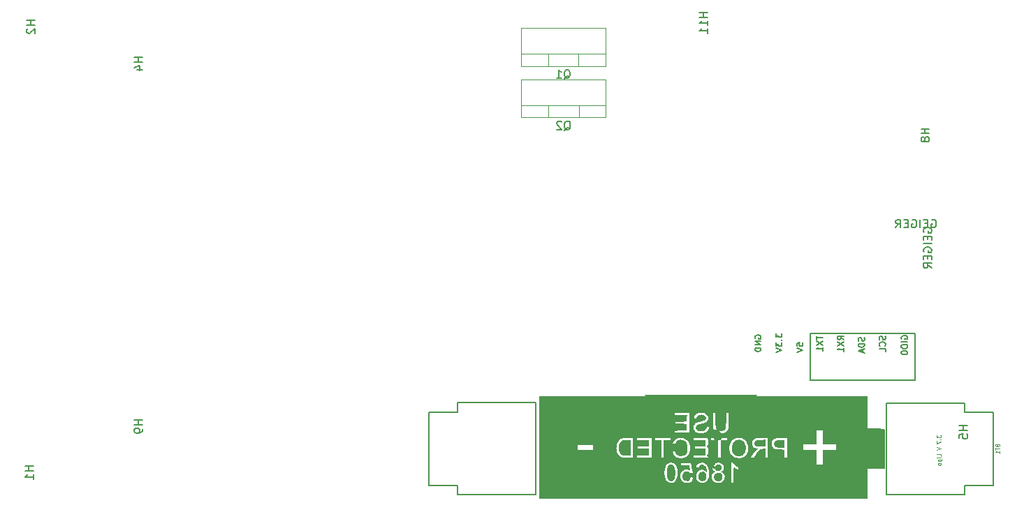
<source format=gbr>
G04 #@! TF.GenerationSoftware,KiCad,Pcbnew,5.99.0-unknown-da005bd2a6~101~ubuntu20.04.1*
G04 #@! TF.CreationDate,2021-02-28T21:44:41+09:00*
G04 #@! TF.ProjectId,M5_board_bGeigieRaku V1.9,4d355f62-6f61-4726-945f-624765696769,rev?*
G04 #@! TF.SameCoordinates,PX563e908PY447d14c*
G04 #@! TF.FileFunction,Legend,Bot*
G04 #@! TF.FilePolarity,Positive*
%FSLAX46Y46*%
G04 Gerber Fmt 4.6, Leading zero omitted, Abs format (unit mm)*
G04 Created by KiCad (PCBNEW 5.99.0-unknown-da005bd2a6~101~ubuntu20.04.1) date 2021-02-28 21:44:41*
%MOMM*%
%LPD*%
G01*
G04 APERTURE LIST*
%ADD10C,0.200000*%
%ADD11C,0.150000*%
%ADD12C,0.050000*%
%ADD13C,0.300000*%
%ADD14C,0.203200*%
%ADD15C,0.120000*%
G04 APERTURE END LIST*
D10*
X99319500Y-42935600D02*
X112019500Y-42935600D01*
X112019500Y-42935600D02*
X112019500Y-37220600D01*
X99319500Y-37220600D02*
X99319500Y-42935600D01*
X112019500Y-37220600D02*
X99319500Y-37220600D01*
D11*
X92615400Y-37834786D02*
X92579685Y-37763357D01*
X92579685Y-37656215D01*
X92615400Y-37549072D01*
X92686828Y-37477643D01*
X92758257Y-37441929D01*
X92901114Y-37406215D01*
X93008257Y-37406215D01*
X93151114Y-37441929D01*
X93222542Y-37477643D01*
X93293971Y-37549072D01*
X93329685Y-37656215D01*
X93329685Y-37727643D01*
X93293971Y-37834786D01*
X93258257Y-37870500D01*
X93008257Y-37870500D01*
X93008257Y-37727643D01*
X93329685Y-38191929D02*
X92579685Y-38191929D01*
X93329685Y-38620500D01*
X92579685Y-38620500D01*
X93329685Y-38977643D02*
X92579685Y-38977643D01*
X92579685Y-39156215D01*
X92615400Y-39263357D01*
X92686828Y-39334786D01*
X92758257Y-39370500D01*
X92901114Y-39406215D01*
X93008257Y-39406215D01*
X93151114Y-39370500D01*
X93222542Y-39334786D01*
X93293971Y-39263357D01*
X93329685Y-39156215D01*
X93329685Y-38977643D01*
X105846071Y-37706885D02*
X105881785Y-37814028D01*
X105881785Y-37992600D01*
X105846071Y-38064028D01*
X105810357Y-38099742D01*
X105738928Y-38135457D01*
X105667500Y-38135457D01*
X105596071Y-38099742D01*
X105560357Y-38064028D01*
X105524642Y-37992600D01*
X105488928Y-37849742D01*
X105453214Y-37778314D01*
X105417500Y-37742600D01*
X105346071Y-37706885D01*
X105274642Y-37706885D01*
X105203214Y-37742600D01*
X105167500Y-37778314D01*
X105131785Y-37849742D01*
X105131785Y-38028314D01*
X105167500Y-38135457D01*
X105881785Y-38456885D02*
X105131785Y-38456885D01*
X105131785Y-38635457D01*
X105167500Y-38742600D01*
X105238928Y-38814028D01*
X105310357Y-38849742D01*
X105453214Y-38885457D01*
X105560357Y-38885457D01*
X105703214Y-38849742D01*
X105774642Y-38814028D01*
X105846071Y-38742600D01*
X105881785Y-38635457D01*
X105881785Y-38456885D01*
X105667500Y-39171171D02*
X105667500Y-39528314D01*
X105881785Y-39099742D02*
X105131785Y-39349742D01*
X105881785Y-39599742D01*
X103341785Y-37980745D02*
X102984642Y-37730745D01*
X103341785Y-37552173D02*
X102591785Y-37552173D01*
X102591785Y-37837888D01*
X102627500Y-37909316D01*
X102663214Y-37945030D01*
X102734642Y-37980745D01*
X102841785Y-37980745D01*
X102913214Y-37945030D01*
X102948928Y-37909316D01*
X102984642Y-37837888D01*
X102984642Y-37552173D01*
X102591785Y-38230745D02*
X103341785Y-38730745D01*
X102591785Y-38730745D02*
X103341785Y-38230745D01*
X103341785Y-39409316D02*
X103341785Y-38980745D01*
X103341785Y-39195030D02*
X102591785Y-39195030D01*
X102698928Y-39123602D01*
X102770357Y-39052173D01*
X102806071Y-38980745D01*
X100051785Y-37534316D02*
X100051785Y-37962888D01*
X100801785Y-37748602D02*
X100051785Y-37748602D01*
X100051785Y-38141459D02*
X100801785Y-38641459D01*
X100051785Y-38641459D02*
X100801785Y-38141459D01*
X100801785Y-39320030D02*
X100801785Y-38891459D01*
X100801785Y-39105745D02*
X100051785Y-39105745D01*
X100158928Y-39034316D01*
X100230357Y-38962888D01*
X100266071Y-38891459D01*
X108386071Y-37570029D02*
X108421785Y-37677172D01*
X108421785Y-37855744D01*
X108386071Y-37927172D01*
X108350357Y-37962887D01*
X108278928Y-37998601D01*
X108207500Y-37998601D01*
X108136071Y-37962887D01*
X108100357Y-37927172D01*
X108064642Y-37855744D01*
X108028928Y-37712887D01*
X107993214Y-37641458D01*
X107957500Y-37605744D01*
X107886071Y-37570029D01*
X107814642Y-37570029D01*
X107743214Y-37605744D01*
X107707500Y-37641458D01*
X107671785Y-37712887D01*
X107671785Y-37891458D01*
X107707500Y-37998601D01*
X108350357Y-38748601D02*
X108386071Y-38712887D01*
X108421785Y-38605744D01*
X108421785Y-38534315D01*
X108386071Y-38427172D01*
X108314642Y-38355744D01*
X108243214Y-38320029D01*
X108100357Y-38284315D01*
X107993214Y-38284315D01*
X107850357Y-38320029D01*
X107778928Y-38355744D01*
X107707500Y-38427172D01*
X107671785Y-38534315D01*
X107671785Y-38605744D01*
X107707500Y-38712887D01*
X107743214Y-38748601D01*
X108421785Y-39427172D02*
X108421785Y-39070029D01*
X107671785Y-39070029D01*
X95119685Y-37227643D02*
X95119685Y-37691928D01*
X95405400Y-37441928D01*
X95405400Y-37549071D01*
X95441114Y-37620500D01*
X95476828Y-37656214D01*
X95548257Y-37691928D01*
X95726828Y-37691928D01*
X95798257Y-37656214D01*
X95833971Y-37620500D01*
X95869685Y-37549071D01*
X95869685Y-37334786D01*
X95833971Y-37263357D01*
X95798257Y-37227643D01*
X95798257Y-38013357D02*
X95833971Y-38049071D01*
X95869685Y-38013357D01*
X95833971Y-37977643D01*
X95798257Y-38013357D01*
X95869685Y-38013357D01*
X95119685Y-38299071D02*
X95119685Y-38763357D01*
X95405400Y-38513357D01*
X95405400Y-38620500D01*
X95441114Y-38691928D01*
X95476828Y-38727643D01*
X95548257Y-38763357D01*
X95726828Y-38763357D01*
X95798257Y-38727643D01*
X95833971Y-38691928D01*
X95869685Y-38620500D01*
X95869685Y-38406214D01*
X95833971Y-38334786D01*
X95798257Y-38299071D01*
X95119685Y-38977643D02*
X95869685Y-39227643D01*
X95119685Y-39477643D01*
X97659685Y-38727642D02*
X97659685Y-38370500D01*
X98016828Y-38334785D01*
X97981114Y-38370500D01*
X97945400Y-38441928D01*
X97945400Y-38620500D01*
X97981114Y-38691928D01*
X98016828Y-38727642D01*
X98088257Y-38763357D01*
X98266828Y-38763357D01*
X98338257Y-38727642D01*
X98373971Y-38691928D01*
X98409685Y-38620500D01*
X98409685Y-38441928D01*
X98373971Y-38370500D01*
X98338257Y-38334785D01*
X97659685Y-38977642D02*
X98409685Y-39227642D01*
X97659685Y-39477642D01*
X110374500Y-37885457D02*
X110338785Y-37814028D01*
X110338785Y-37706885D01*
X110374500Y-37599742D01*
X110445928Y-37528314D01*
X110517357Y-37492600D01*
X110660214Y-37456885D01*
X110767357Y-37456885D01*
X110910214Y-37492600D01*
X110981642Y-37528314D01*
X111053071Y-37599742D01*
X111088785Y-37706885D01*
X111088785Y-37778314D01*
X111053071Y-37885457D01*
X111017357Y-37921171D01*
X110767357Y-37921171D01*
X110767357Y-37778314D01*
X111088785Y-38242600D02*
X110338785Y-38242600D01*
X110338785Y-38742600D02*
X110338785Y-38885457D01*
X110374500Y-38956885D01*
X110445928Y-39028314D01*
X110588785Y-39064028D01*
X110838785Y-39064028D01*
X110981642Y-39028314D01*
X111053071Y-38956885D01*
X111088785Y-38885457D01*
X111088785Y-38742600D01*
X111053071Y-38671171D01*
X110981642Y-38599742D01*
X110838785Y-38564028D01*
X110588785Y-38564028D01*
X110445928Y-38599742D01*
X110374500Y-38671171D01*
X110338785Y-38742600D01*
X110338785Y-39528314D02*
X110338785Y-39599742D01*
X110374500Y-39671171D01*
X110410214Y-39706885D01*
X110481642Y-39742600D01*
X110624500Y-39778314D01*
X110803071Y-39778314D01*
X110945928Y-39742600D01*
X111017357Y-39706885D01*
X111053071Y-39671171D01*
X111088785Y-39599742D01*
X111088785Y-39528314D01*
X111053071Y-39456885D01*
X111017357Y-39421171D01*
X110945928Y-39385457D01*
X110803071Y-39349742D01*
X110624500Y-39349742D01*
X110481642Y-39385457D01*
X110410214Y-39421171D01*
X110374500Y-39456885D01*
X110338785Y-39528314D01*
X5116180Y-53354595D02*
X4116180Y-53354595D01*
X4592371Y-53354595D02*
X4592371Y-53926023D01*
X5116180Y-53926023D02*
X4116180Y-53926023D01*
X5116180Y-54926023D02*
X5116180Y-54354595D01*
X5116180Y-54640309D02*
X4116180Y-54640309D01*
X4259038Y-54545071D01*
X4354276Y-54449833D01*
X4401895Y-54354595D01*
X113726580Y-12379595D02*
X112726580Y-12379595D01*
X113202771Y-12379595D02*
X113202771Y-12951023D01*
X113726580Y-12951023D02*
X112726580Y-12951023D01*
X113155152Y-13570071D02*
X113107533Y-13474833D01*
X113059914Y-13427214D01*
X112964676Y-13379595D01*
X112917057Y-13379595D01*
X112821819Y-13427214D01*
X112774200Y-13474833D01*
X112726580Y-13570071D01*
X112726580Y-13760547D01*
X112774200Y-13855785D01*
X112821819Y-13903404D01*
X112917057Y-13951023D01*
X112964676Y-13951023D01*
X113059914Y-13903404D01*
X113107533Y-13855785D01*
X113155152Y-13760547D01*
X113155152Y-13570071D01*
X113202771Y-13474833D01*
X113250390Y-13427214D01*
X113345628Y-13379595D01*
X113536104Y-13379595D01*
X113631342Y-13427214D01*
X113678961Y-13474833D01*
X113726580Y-13570071D01*
X113726580Y-13760547D01*
X113678961Y-13855785D01*
X113631342Y-13903404D01*
X113536104Y-13951023D01*
X113345628Y-13951023D01*
X113250390Y-13903404D01*
X113202771Y-13855785D01*
X113155152Y-13760547D01*
X18363180Y-3708595D02*
X17363180Y-3708595D01*
X17839371Y-3708595D02*
X17839371Y-4280023D01*
X18363180Y-4280023D02*
X17363180Y-4280023D01*
X17696514Y-5184785D02*
X18363180Y-5184785D01*
X17315561Y-4946690D02*
X18029847Y-4708595D01*
X18029847Y-5327642D01*
X86862780Y1732096D02*
X85862780Y1732096D01*
X86338971Y1732096D02*
X86338971Y1160667D01*
X86862780Y1160667D02*
X85862780Y1160667D01*
X86862780Y160667D02*
X86862780Y732096D01*
X86862780Y446381D02*
X85862780Y446381D01*
X86005638Y541620D01*
X86100876Y636858D01*
X86148495Y732096D01*
X86862780Y-791714D02*
X86862780Y-220285D01*
X86862780Y-506000D02*
X85862780Y-506000D01*
X86005638Y-410761D01*
X86100876Y-315523D01*
X86148495Y-220285D01*
X18363180Y-47733595D02*
X17363180Y-47733595D01*
X17839371Y-47733595D02*
X17839371Y-48305023D01*
X18363180Y-48305023D02*
X17363180Y-48305023D01*
X18363180Y-48828833D02*
X18363180Y-49019309D01*
X18315561Y-49114547D01*
X18267942Y-49162166D01*
X18125085Y-49257404D01*
X17934609Y-49305023D01*
X17553657Y-49305023D01*
X17458419Y-49257404D01*
X17410800Y-49209785D01*
X17363180Y-49114547D01*
X17363180Y-48924071D01*
X17410800Y-48828833D01*
X17458419Y-48781214D01*
X17553657Y-48733595D01*
X17791752Y-48733595D01*
X17886990Y-48781214D01*
X17934609Y-48828833D01*
X17982228Y-48924071D01*
X17982228Y-49114547D01*
X17934609Y-49209785D01*
X17886990Y-49257404D01*
X17791752Y-49305023D01*
X113069800Y-24949595D02*
X113022180Y-24854357D01*
X113022180Y-24711500D01*
X113069800Y-24568642D01*
X113165038Y-24473404D01*
X113260276Y-24425785D01*
X113450752Y-24378166D01*
X113593609Y-24378166D01*
X113784085Y-24425785D01*
X113879323Y-24473404D01*
X113974561Y-24568642D01*
X114022180Y-24711500D01*
X114022180Y-24806738D01*
X113974561Y-24949595D01*
X113926942Y-24997214D01*
X113593609Y-24997214D01*
X113593609Y-24806738D01*
X113498371Y-25425785D02*
X113498371Y-25759119D01*
X114022180Y-25901976D02*
X114022180Y-25425785D01*
X113022180Y-25425785D01*
X113022180Y-25901976D01*
X114022180Y-26330547D02*
X113022180Y-26330547D01*
X113069800Y-27330547D02*
X113022180Y-27235309D01*
X113022180Y-27092452D01*
X113069800Y-26949595D01*
X113165038Y-26854357D01*
X113260276Y-26806738D01*
X113450752Y-26759119D01*
X113593609Y-26759119D01*
X113784085Y-26806738D01*
X113879323Y-26854357D01*
X113974561Y-26949595D01*
X114022180Y-27092452D01*
X114022180Y-27187690D01*
X113974561Y-27330547D01*
X113926942Y-27378166D01*
X113593609Y-27378166D01*
X113593609Y-27187690D01*
X113498371Y-27806738D02*
X113498371Y-28140071D01*
X114022180Y-28282928D02*
X114022180Y-27806738D01*
X113022180Y-27806738D01*
X113022180Y-28282928D01*
X114022180Y-29282928D02*
X113545990Y-28949595D01*
X114022180Y-28711500D02*
X113022180Y-28711500D01*
X113022180Y-29092452D01*
X113069800Y-29187690D01*
X113117419Y-29235309D01*
X113212657Y-29282928D01*
X113355514Y-29282928D01*
X113450752Y-29235309D01*
X113498371Y-29187690D01*
X113545990Y-29092452D01*
X113545990Y-28711500D01*
X5334980Y747405D02*
X4334980Y747405D01*
X4811171Y747405D02*
X4811171Y175977D01*
X5334980Y175977D02*
X4334980Y175977D01*
X4430219Y-252595D02*
X4382600Y-300214D01*
X4334980Y-395452D01*
X4334980Y-633547D01*
X4382600Y-728785D01*
X4430219Y-776404D01*
X4525457Y-824023D01*
X4620695Y-824023D01*
X4763552Y-776404D01*
X5334980Y-204976D01*
X5334980Y-824023D01*
X118365580Y-48415595D02*
X117365580Y-48415595D01*
X117841771Y-48415595D02*
X117841771Y-48987023D01*
X118365580Y-48987023D02*
X117365580Y-48987023D01*
X117365580Y-49939404D02*
X117365580Y-49463214D01*
X117841771Y-49415595D01*
X117794152Y-49463214D01*
X117746533Y-49558452D01*
X117746533Y-49796547D01*
X117794152Y-49891785D01*
X117841771Y-49939404D01*
X117937009Y-49987023D01*
X118175104Y-49987023D01*
X118270342Y-49939404D01*
X118317961Y-49891785D01*
X118365580Y-49796547D01*
X118365580Y-49558452D01*
X118317961Y-49463214D01*
X118270342Y-49415595D01*
X114001104Y-23446900D02*
X114096342Y-23399280D01*
X114239200Y-23399280D01*
X114382057Y-23446900D01*
X114477295Y-23542138D01*
X114524914Y-23637376D01*
X114572533Y-23827852D01*
X114572533Y-23970709D01*
X114524914Y-24161185D01*
X114477295Y-24256423D01*
X114382057Y-24351661D01*
X114239200Y-24399280D01*
X114143961Y-24399280D01*
X114001104Y-24351661D01*
X113953485Y-24304042D01*
X113953485Y-23970709D01*
X114143961Y-23970709D01*
X113524914Y-23875471D02*
X113191580Y-23875471D01*
X113048723Y-24399280D02*
X113524914Y-24399280D01*
X113524914Y-23399280D01*
X113048723Y-23399280D01*
X112620152Y-24399280D02*
X112620152Y-23399280D01*
X111620152Y-23446900D02*
X111715390Y-23399280D01*
X111858247Y-23399280D01*
X112001104Y-23446900D01*
X112096342Y-23542138D01*
X112143961Y-23637376D01*
X112191580Y-23827852D01*
X112191580Y-23970709D01*
X112143961Y-24161185D01*
X112096342Y-24256423D01*
X112001104Y-24351661D01*
X111858247Y-24399280D01*
X111763009Y-24399280D01*
X111620152Y-24351661D01*
X111572533Y-24304042D01*
X111572533Y-23970709D01*
X111763009Y-23970709D01*
X111143961Y-23875471D02*
X110810628Y-23875471D01*
X110667771Y-24399280D02*
X111143961Y-24399280D01*
X111143961Y-23399280D01*
X110667771Y-23399280D01*
X109667771Y-24399280D02*
X110001104Y-23923090D01*
X110239200Y-24399280D02*
X110239200Y-23399280D01*
X109858247Y-23399280D01*
X109763009Y-23446900D01*
X109715390Y-23494519D01*
X109667771Y-23589757D01*
X109667771Y-23732614D01*
X109715390Y-23827852D01*
X109763009Y-23875471D01*
X109858247Y-23923090D01*
X110239200Y-23923090D01*
D12*
X121961314Y-50837357D02*
X121984171Y-50905928D01*
X122007028Y-50928785D01*
X122052742Y-50951642D01*
X122121314Y-50951642D01*
X122167028Y-50928785D01*
X122189885Y-50905928D01*
X122212742Y-50860214D01*
X122212742Y-50677357D01*
X121732742Y-50677357D01*
X121732742Y-50837357D01*
X121755600Y-50883071D01*
X121778457Y-50905928D01*
X121824171Y-50928785D01*
X121869885Y-50928785D01*
X121915600Y-50905928D01*
X121938457Y-50883071D01*
X121961314Y-50837357D01*
X121961314Y-50677357D01*
X121732742Y-51088785D02*
X121732742Y-51363071D01*
X122212742Y-51225928D02*
X121732742Y-51225928D01*
X122212742Y-51774500D02*
X122212742Y-51500214D01*
X122212742Y-51637357D02*
X121732742Y-51637357D01*
X121801314Y-51591642D01*
X121847028Y-51545928D01*
X121869885Y-51500214D01*
X114646142Y-49580214D02*
X114646142Y-49877357D01*
X114829000Y-49717357D01*
X114829000Y-49785928D01*
X114851857Y-49831642D01*
X114874714Y-49854500D01*
X114920428Y-49877357D01*
X115034714Y-49877357D01*
X115080428Y-49854500D01*
X115103285Y-49831642D01*
X115126142Y-49785928D01*
X115126142Y-49648785D01*
X115103285Y-49603071D01*
X115080428Y-49580214D01*
X115080428Y-50083071D02*
X115103285Y-50105928D01*
X115126142Y-50083071D01*
X115103285Y-50060214D01*
X115080428Y-50083071D01*
X115126142Y-50083071D01*
X114646142Y-50265928D02*
X114646142Y-50585928D01*
X115126142Y-50380214D01*
X114646142Y-51065928D02*
X115126142Y-51225928D01*
X114646142Y-51385928D01*
X115126142Y-52140214D02*
X115126142Y-51911642D01*
X114646142Y-51911642D01*
X115126142Y-52300214D02*
X114806142Y-52300214D01*
X114646142Y-52300214D02*
X114669000Y-52277357D01*
X114691857Y-52300214D01*
X114669000Y-52323071D01*
X114646142Y-52300214D01*
X114691857Y-52300214D01*
X114806142Y-52528785D02*
X115286142Y-52528785D01*
X114829000Y-52528785D02*
X114806142Y-52574500D01*
X114806142Y-52665928D01*
X114829000Y-52711642D01*
X114851857Y-52734500D01*
X114897571Y-52757357D01*
X115034714Y-52757357D01*
X115080428Y-52734500D01*
X115103285Y-52711642D01*
X115126142Y-52665928D01*
X115126142Y-52574500D01*
X115103285Y-52528785D01*
X115126142Y-53031642D02*
X115103285Y-52985928D01*
X115080428Y-52963071D01*
X115034714Y-52940214D01*
X114897571Y-52940214D01*
X114851857Y-52963071D01*
X114829000Y-52985928D01*
X114806142Y-53031642D01*
X114806142Y-53100214D01*
X114829000Y-53145928D01*
X114851857Y-53168785D01*
X114897571Y-53191642D01*
X115034714Y-53191642D01*
X115080428Y-53168785D01*
X115103285Y-53145928D01*
X115126142Y-53100214D01*
X115126142Y-53031642D01*
X71144752Y-52555928D02*
X70382847Y-52555928D01*
X106196752Y-52555928D02*
X105434847Y-52555928D01*
X105815800Y-52936880D02*
X105815800Y-52174976D01*
D13*
X87011800Y-49971928D02*
X86939228Y-49826785D01*
X86939228Y-49609071D01*
X87011800Y-49391357D01*
X87156942Y-49246214D01*
X87302085Y-49173642D01*
X87592371Y-49101071D01*
X87810085Y-49101071D01*
X88100371Y-49173642D01*
X88245514Y-49246214D01*
X88390657Y-49391357D01*
X88463228Y-49609071D01*
X88463228Y-49754214D01*
X88390657Y-49971928D01*
X88318085Y-50044500D01*
X87810085Y-50044500D01*
X87810085Y-49754214D01*
X86939228Y-50915357D02*
X87302085Y-50915357D01*
X87156942Y-50552500D02*
X87302085Y-50915357D01*
X87156942Y-51278214D01*
X87592371Y-50697642D02*
X87302085Y-50915357D01*
X87592371Y-51133071D01*
X86939228Y-52076500D02*
X87302085Y-52076500D01*
X87156942Y-51713642D02*
X87302085Y-52076500D01*
X87156942Y-52439357D01*
X87592371Y-51858785D02*
X87302085Y-52076500D01*
X87592371Y-52294214D01*
X86939228Y-53237642D02*
X87302085Y-53237642D01*
X87156942Y-52874785D02*
X87302085Y-53237642D01*
X87156942Y-53600500D01*
X87592371Y-53019928D02*
X87302085Y-53237642D01*
X87592371Y-53455357D01*
D11*
X69459438Y-6312119D02*
X69554676Y-6264500D01*
X69649914Y-6169261D01*
X69792771Y-6026404D01*
X69888009Y-5978785D01*
X69983247Y-5978785D01*
X69935628Y-6216880D02*
X70030866Y-6169261D01*
X70126104Y-6074023D01*
X70173723Y-5883547D01*
X70173723Y-5550214D01*
X70126104Y-5359738D01*
X70030866Y-5264500D01*
X69935628Y-5216880D01*
X69745152Y-5216880D01*
X69649914Y-5264500D01*
X69554676Y-5359738D01*
X69507057Y-5550214D01*
X69507057Y-5883547D01*
X69554676Y-6074023D01*
X69649914Y-6169261D01*
X69745152Y-6216880D01*
X69935628Y-6216880D01*
X68554676Y-6216880D02*
X69126104Y-6216880D01*
X68840390Y-6216880D02*
X68840390Y-5216880D01*
X68935628Y-5359738D01*
X69030866Y-5454976D01*
X69126104Y-5502595D01*
X69479438Y-12567119D02*
X69574676Y-12519500D01*
X69669914Y-12424261D01*
X69812771Y-12281404D01*
X69908009Y-12233785D01*
X70003247Y-12233785D01*
X69955628Y-12471880D02*
X70050866Y-12424261D01*
X70146104Y-12329023D01*
X70193723Y-12138547D01*
X70193723Y-11805214D01*
X70146104Y-11614738D01*
X70050866Y-11519500D01*
X69955628Y-11471880D01*
X69765152Y-11471880D01*
X69669914Y-11519500D01*
X69574676Y-11614738D01*
X69527057Y-11805214D01*
X69527057Y-12138547D01*
X69574676Y-12329023D01*
X69669914Y-12424261D01*
X69765152Y-12471880D01*
X69955628Y-12471880D01*
X69146104Y-11567119D02*
X69098485Y-11519500D01*
X69003247Y-11471880D01*
X68765152Y-11471880D01*
X68669914Y-11519500D01*
X68622295Y-11567119D01*
X68574676Y-11662357D01*
X68574676Y-11757595D01*
X68622295Y-11900452D01*
X69193723Y-12471880D01*
X68574676Y-12471880D01*
D14*
X56508800Y-45641900D02*
X56508800Y-46759500D01*
X118038800Y-46779500D02*
X118038800Y-45661900D01*
X53029000Y-55649500D02*
X56508800Y-55649500D01*
X121518600Y-46779500D02*
X118038800Y-46779500D01*
X121518600Y-55669500D02*
X121518600Y-46779500D01*
X66043800Y-56767100D02*
X66043800Y-45641900D01*
X118038800Y-56787100D02*
X118038800Y-55669500D01*
X108503800Y-45661900D02*
X108503800Y-56787100D01*
X118038800Y-55669500D02*
X121518600Y-55669500D01*
X56508800Y-55649500D02*
X56508800Y-56767100D01*
X66043800Y-45641900D02*
X56508800Y-45641900D01*
X53029000Y-46759500D02*
X53029000Y-55649500D01*
X118038800Y-45661900D02*
X108503800Y-45661900D01*
X56508800Y-46759500D02*
X53029000Y-46759500D01*
X108503800Y-56787100D02*
X118038800Y-56787100D01*
X56508800Y-56767100D02*
X66043800Y-56767100D01*
G36*
X77514601Y-52077362D02*
G01*
X77051241Y-52066727D01*
X76970594Y-52064715D01*
X76811210Y-52059165D01*
X76692907Y-52051947D01*
X76607840Y-52042281D01*
X76548163Y-52029386D01*
X76506028Y-52012482D01*
X76486510Y-52000908D01*
X76416370Y-51946126D01*
X76342472Y-51873680D01*
X76275930Y-51796163D01*
X76227854Y-51726170D01*
X76209360Y-51676293D01*
X76205741Y-51649495D01*
X76187739Y-51627758D01*
X76167169Y-51612977D01*
X76145106Y-51554922D01*
X76128217Y-51461712D01*
X76116541Y-51342825D01*
X76110111Y-51207740D01*
X76108966Y-51065937D01*
X76113140Y-50926895D01*
X76122671Y-50800093D01*
X76137595Y-50695010D01*
X76157947Y-50621124D01*
X76183764Y-50587916D01*
X76192160Y-50583267D01*
X76209360Y-50546931D01*
X76209426Y-50545152D01*
X76229948Y-50499221D01*
X76279452Y-50433542D01*
X76346797Y-50360292D01*
X76420840Y-50291649D01*
X76490436Y-50239788D01*
X76516998Y-50224206D01*
X76556235Y-50206353D01*
X76603653Y-50193477D01*
X76668058Y-50184480D01*
X76758254Y-50178262D01*
X76883046Y-50173723D01*
X77051241Y-50169764D01*
X77514601Y-50160066D01*
X77514601Y-52077362D01*
G37*
G36*
X88337282Y-53158098D02*
G01*
X88445241Y-53237529D01*
X88469634Y-53265962D01*
X88513479Y-53334485D01*
X88530840Y-53390153D01*
X88536514Y-53432055D01*
X88556945Y-53468149D01*
X88581700Y-53500703D01*
X88561345Y-53547769D01*
X88554650Y-53557999D01*
X88531846Y-53610826D01*
X88507674Y-53684894D01*
X88497691Y-53715026D01*
X88465196Y-53779764D01*
X88431485Y-53812860D01*
X88395992Y-53830164D01*
X88339155Y-53869930D01*
X88293057Y-53891587D01*
X88207474Y-53906381D01*
X88106768Y-53909040D01*
X88010361Y-53899239D01*
X87937676Y-53876652D01*
X87921774Y-53866485D01*
X87865089Y-53816326D01*
X87807492Y-53750457D01*
X87757421Y-53663314D01*
X87729618Y-53533336D01*
X87748994Y-53402077D01*
X87815350Y-53281312D01*
X87839624Y-53253609D01*
X87950782Y-53169354D01*
X88078488Y-53124815D01*
X88211176Y-53120795D01*
X88337282Y-53158098D01*
G37*
G36*
X90831286Y-50151754D02*
G01*
X90939473Y-50180411D01*
X91119751Y-50263935D01*
X91263511Y-50384760D01*
X91370605Y-50542741D01*
X91440883Y-50737738D01*
X91449735Y-50777627D01*
X91472881Y-50948102D01*
X91478413Y-51131144D01*
X91467511Y-51314061D01*
X91441358Y-51484167D01*
X91401134Y-51628771D01*
X91348021Y-51735184D01*
X91345812Y-51738311D01*
X91311936Y-51793889D01*
X91297952Y-51831522D01*
X91296577Y-51837072D01*
X91267690Y-51870899D01*
X91213111Y-51912195D01*
X91210577Y-51913828D01*
X91128795Y-51966993D01*
X91050606Y-52018474D01*
X91032599Y-52029191D01*
X90947640Y-52064501D01*
X90854820Y-52087168D01*
X90822413Y-52092629D01*
X90748379Y-52111066D01*
X90703220Y-52130942D01*
X90657979Y-52144386D01*
X90572696Y-52130068D01*
X90525607Y-52116666D01*
X90427415Y-52088667D01*
X90325547Y-52059573D01*
X90258154Y-52037806D01*
X90198442Y-52012271D01*
X90175444Y-51993316D01*
X90154452Y-51966776D01*
X90103894Y-51935677D01*
X90047838Y-51894896D01*
X89998050Y-51829833D01*
X89997962Y-51829649D01*
X89968123Y-51779240D01*
X89944482Y-51758283D01*
X89930594Y-51741880D01*
X89905889Y-51687479D01*
X89878043Y-51608180D01*
X89856025Y-51540854D01*
X89827780Y-51461667D01*
X89807375Y-51412748D01*
X89804499Y-51405862D01*
X89793994Y-51350122D01*
X89787358Y-51263927D01*
X89784529Y-51161036D01*
X89785440Y-51055206D01*
X89790028Y-50960196D01*
X89798229Y-50889763D01*
X89809977Y-50857666D01*
X89826132Y-50834390D01*
X89836081Y-50779975D01*
X89836799Y-50764595D01*
X89863228Y-50666884D01*
X89920971Y-50553233D01*
X90000767Y-50436021D01*
X90093354Y-50327626D01*
X90189474Y-50240426D01*
X90279863Y-50186799D01*
X90418857Y-50147309D01*
X90622250Y-50129322D01*
X90831286Y-50151754D01*
G37*
G36*
X93856225Y-50975138D02*
G01*
X93361462Y-50975138D01*
X93259143Y-50974978D01*
X93093458Y-50973111D01*
X92967538Y-50967808D01*
X92873147Y-50957420D01*
X92802044Y-50940300D01*
X92745992Y-50914800D01*
X92696753Y-50879273D01*
X92646086Y-50832071D01*
X92624881Y-50810113D01*
X92586847Y-50756888D01*
X92567008Y-50692562D01*
X92557659Y-50596618D01*
X92558563Y-50476672D01*
X92583649Y-50382231D01*
X92641221Y-50307079D01*
X92739036Y-50235783D01*
X92760615Y-50222550D01*
X92801670Y-50199592D01*
X92843138Y-50182730D01*
X92893649Y-50170715D01*
X92961833Y-50162300D01*
X93056319Y-50156235D01*
X93185736Y-50151274D01*
X93358716Y-50146167D01*
X93856225Y-50132084D01*
X93856225Y-50975138D01*
G37*
G36*
X88204079Y-54132782D02*
G01*
X88310471Y-54157729D01*
X88408200Y-54199583D01*
X88519606Y-54276465D01*
X88593208Y-54366323D01*
X88636018Y-54480365D01*
X88649814Y-54548619D01*
X88656100Y-54671606D01*
X88632736Y-54799495D01*
X88616054Y-54844498D01*
X88571178Y-54923743D01*
X88514383Y-54997668D01*
X88457015Y-55052282D01*
X88410423Y-55073596D01*
X88399755Y-55075127D01*
X88368829Y-55102793D01*
X88368633Y-55103303D01*
X88338089Y-55119491D01*
X88269705Y-55133967D01*
X88177394Y-55143754D01*
X88064149Y-55144853D01*
X87939892Y-55120941D01*
X87836566Y-55062266D01*
X87739611Y-54962810D01*
X87682794Y-54862029D01*
X87649165Y-54724474D01*
X87647988Y-54576008D01*
X87681153Y-54433746D01*
X87683119Y-54428732D01*
X87731599Y-54342003D01*
X87798438Y-54263998D01*
X87870387Y-54207685D01*
X87934198Y-54186032D01*
X87952272Y-54183477D01*
X88001313Y-54156915D01*
X88028050Y-54140184D01*
X88104710Y-54126385D01*
X88204079Y-54132782D01*
G37*
G36*
X86245884Y-54002030D02*
G01*
X86271695Y-54019482D01*
X86327819Y-54029403D01*
X86365704Y-54031862D01*
X86478446Y-54072124D01*
X86581634Y-54162392D01*
X86676332Y-54303504D01*
X86703750Y-54372345D01*
X86725074Y-54498006D01*
X86723640Y-54633942D01*
X86700180Y-54760732D01*
X86655425Y-54858953D01*
X86647543Y-54870269D01*
X86613078Y-54927023D01*
X86599082Y-54963211D01*
X86598603Y-54968218D01*
X86569452Y-55009466D01*
X86504834Y-55054681D01*
X86418292Y-55097079D01*
X86323371Y-55129874D01*
X86233615Y-55146283D01*
X86190930Y-55148813D01*
X86113838Y-55145587D01*
X86051562Y-55123439D01*
X85978229Y-55075164D01*
X85938079Y-55043607D01*
X85847190Y-54950798D01*
X85786191Y-54854893D01*
X85763825Y-54768405D01*
X85758687Y-54731464D01*
X85737623Y-54695076D01*
X85727767Y-54682172D01*
X85715301Y-54629675D01*
X85712263Y-54560261D01*
X85718872Y-54496643D01*
X85735352Y-54461536D01*
X85740956Y-54455802D01*
X85760493Y-54410770D01*
X85777093Y-54340810D01*
X85798472Y-54270214D01*
X85865614Y-54165555D01*
X85960864Y-54084082D01*
X86070075Y-54040306D01*
X86083906Y-54037637D01*
X86154222Y-54018823D01*
X86198660Y-53998627D01*
X86214740Y-53989730D01*
X86245884Y-54002030D01*
G37*
G36*
X92787376Y-44768714D02*
G01*
X92700598Y-44853555D01*
X93525242Y-44854357D01*
X95867526Y-44856634D01*
X99465257Y-44860131D01*
X100095280Y-44860744D01*
X106229915Y-44866707D01*
X106229915Y-48782332D01*
X107239795Y-48782332D01*
X107417872Y-48782352D01*
X107641634Y-48782582D01*
X107821793Y-48783295D01*
X107963487Y-48784764D01*
X108071857Y-48787261D01*
X108152042Y-48791058D01*
X108209182Y-48796428D01*
X108248418Y-48803644D01*
X108274888Y-48812978D01*
X108293733Y-48824703D01*
X108310093Y-48839092D01*
X108370511Y-48895852D01*
X108370511Y-53611726D01*
X106229915Y-53611726D01*
X106229915Y-57318646D01*
X86331508Y-57312102D01*
X66433101Y-57305559D01*
X66429784Y-54170231D01*
X81639749Y-54170231D01*
X81641675Y-54284693D01*
X81645963Y-54383175D01*
X81652604Y-54453618D01*
X81661589Y-54483963D01*
X81672712Y-54503870D01*
X81688423Y-54563858D01*
X81701559Y-54647106D01*
X81705094Y-54672781D01*
X81744782Y-54827047D01*
X81811185Y-54980106D01*
X81895673Y-55114961D01*
X81989618Y-55214611D01*
X82083741Y-55278210D01*
X82243597Y-55340508D01*
X82423491Y-55358378D01*
X82628541Y-55332765D01*
X82721791Y-55305088D01*
X82860888Y-55225879D01*
X82976264Y-55104423D01*
X83069832Y-54938463D01*
X83143509Y-54725743D01*
X83162445Y-54635324D01*
X83178839Y-54496563D01*
X83519551Y-54496563D01*
X83520685Y-54582644D01*
X83527835Y-54655729D01*
X83540969Y-54696381D01*
X83550997Y-54713424D01*
X83573931Y-54772191D01*
X83597940Y-54851705D01*
X83625483Y-54924866D01*
X83705226Y-55049982D01*
X83815463Y-55165849D01*
X83943267Y-55259816D01*
X84075711Y-55319232D01*
X84105377Y-55327329D01*
X84294734Y-55356723D01*
X84482871Y-55351143D01*
X84656076Y-55312067D01*
X84800641Y-55240977D01*
X84865214Y-55188307D01*
X84957303Y-55085528D01*
X85030544Y-54971524D01*
X85071638Y-54864757D01*
X85073212Y-54857610D01*
X85094231Y-54787489D01*
X85117318Y-54740759D01*
X85119997Y-54737132D01*
X85118895Y-54719648D01*
X85080788Y-54710665D01*
X84998165Y-54708128D01*
X84852726Y-54708128D01*
X84773214Y-54874729D01*
X84772085Y-54877088D01*
X84726073Y-54962258D01*
X84681506Y-55027149D01*
X84647883Y-55057880D01*
X84601759Y-55078183D01*
X84536801Y-55112786D01*
X84478152Y-55137830D01*
X84356071Y-55152446D01*
X84221245Y-55131388D01*
X84088571Y-55075881D01*
X84051693Y-55053877D01*
X83982330Y-55001025D01*
X83929625Y-54934909D01*
X83877412Y-54837261D01*
X83842442Y-54760487D01*
X83816418Y-54681649D01*
X83808096Y-54603853D01*
X83810403Y-54552322D01*
X85467757Y-54552322D01*
X85479168Y-54728542D01*
X85514079Y-54885886D01*
X85578481Y-55023108D01*
X85691835Y-55161653D01*
X85837092Y-55268185D01*
X86005563Y-55336589D01*
X86188564Y-55360749D01*
X86219284Y-55360200D01*
X86410901Y-55331258D01*
X86584806Y-55262061D01*
X86733321Y-55157792D01*
X86848771Y-55023630D01*
X86923478Y-54864757D01*
X86942731Y-54804999D01*
X86972288Y-54723279D01*
X86995555Y-54670235D01*
X86996986Y-54667238D01*
X87006161Y-54625800D01*
X87361910Y-54625800D01*
X87377724Y-54814297D01*
X87438471Y-54981750D01*
X87540232Y-55123714D01*
X87679087Y-55235749D01*
X87851117Y-55313410D01*
X88052403Y-55352257D01*
X88237323Y-55352956D01*
X88434828Y-55314844D01*
X88604950Y-55236220D01*
X88743892Y-55118933D01*
X88847858Y-54964832D01*
X88911454Y-54800094D01*
X88935391Y-54620971D01*
X88907997Y-54448402D01*
X88829221Y-54280535D01*
X88772720Y-54207832D01*
X88686761Y-54130636D01*
X88596361Y-54076147D01*
X88516984Y-54055508D01*
X88500785Y-54054278D01*
X88479869Y-54036331D01*
X88501634Y-54001374D01*
X88563471Y-53955046D01*
X88648864Y-53896597D01*
X88738750Y-53808470D01*
X88790739Y-53708614D01*
X88812989Y-53584923D01*
X88810930Y-53428899D01*
X88771943Y-53262296D01*
X88695121Y-53125918D01*
X88582885Y-53023797D01*
X88437659Y-52959968D01*
X88392006Y-52946723D01*
X88322308Y-52922325D01*
X88284149Y-52903047D01*
X88250399Y-52888672D01*
X88180282Y-52881538D01*
X88102450Y-52887016D01*
X88041020Y-52904918D01*
X88019747Y-52914360D01*
X87951342Y-52937928D01*
X87866981Y-52961840D01*
X87821199Y-52976204D01*
X87689063Y-53050911D01*
X87582955Y-53162115D01*
X87514449Y-53298757D01*
X87502762Y-53333985D01*
X87476340Y-53402330D01*
X87456003Y-53440739D01*
X87437930Y-53482362D01*
X87440461Y-53561796D01*
X87471994Y-53653398D01*
X87503936Y-53722163D01*
X87535599Y-53798327D01*
X87538911Y-53806083D01*
X87591486Y-53869116D01*
X87682684Y-53927905D01*
X87727312Y-53951090D01*
X87787080Y-53985705D01*
X87815482Y-54007384D01*
X87811639Y-54017844D01*
X87773923Y-54045651D01*
X87708186Y-54079079D01*
X87571902Y-54156871D01*
X87467625Y-54262878D01*
X87400434Y-54399605D01*
X87365650Y-54573812D01*
X87361910Y-54625800D01*
X87006161Y-54625800D01*
X87008125Y-54616932D01*
X87018239Y-54527600D01*
X87026264Y-54410944D01*
X87031139Y-54278662D01*
X87032184Y-54226555D01*
X87033756Y-54064426D01*
X87031253Y-53942774D01*
X87024039Y-53852452D01*
X87011477Y-53784310D01*
X86992932Y-53729197D01*
X86982183Y-53698767D01*
X86960459Y-53623318D01*
X86938189Y-53533411D01*
X86926943Y-53486702D01*
X86886088Y-53359792D01*
X86830438Y-53255443D01*
X86748740Y-53150940D01*
X86710644Y-53113881D01*
X86621434Y-53048806D01*
X86517975Y-52990719D01*
X86417897Y-52948992D01*
X86338830Y-52933000D01*
X86309644Y-52928934D01*
X86272772Y-52906895D01*
X86241115Y-52888996D01*
X86181405Y-52880790D01*
X89731662Y-52880790D01*
X89731662Y-55334644D01*
X90018815Y-55334644D01*
X90018815Y-54377422D01*
X90019249Y-54160506D01*
X90020451Y-53961091D01*
X90022327Y-53784962D01*
X90024779Y-53637902D01*
X90027713Y-53525697D01*
X90031031Y-53454132D01*
X90034637Y-53428992D01*
X90043724Y-53432371D01*
X90085705Y-53458744D01*
X90145583Y-53502714D01*
X90167644Y-53518932D01*
X90237657Y-53565456D01*
X90325140Y-53619498D01*
X90417797Y-53673935D01*
X90503337Y-53721640D01*
X90569466Y-53755488D01*
X90603889Y-53768354D01*
X90609451Y-53759380D01*
X90616479Y-53711873D01*
X90619226Y-53637184D01*
X90618938Y-53604581D01*
X90612808Y-53538413D01*
X90593601Y-53502727D01*
X90554657Y-53481465D01*
X90553158Y-53480891D01*
X90444589Y-53424352D01*
X90318304Y-53335240D01*
X90186261Y-53223650D01*
X90060419Y-53099675D01*
X89952738Y-52973409D01*
X89932850Y-52948722D01*
X89871972Y-52896159D01*
X89806878Y-52880790D01*
X89731662Y-52880790D01*
X86181405Y-52880790D01*
X86125403Y-52887936D01*
X86090038Y-52906895D01*
X86072223Y-52921382D01*
X86021549Y-52933000D01*
X85961574Y-52939613D01*
X85841341Y-52986484D01*
X85723571Y-53071373D01*
X85618531Y-53186040D01*
X85536488Y-53322248D01*
X85535103Y-53325234D01*
X85504532Y-53405747D01*
X85508825Y-53453123D01*
X85553526Y-53475546D01*
X85644182Y-53481201D01*
X85722178Y-53479815D01*
X85768347Y-53470407D01*
X85790802Y-53445185D01*
X85804239Y-53396361D01*
X85829482Y-53331209D01*
X85900061Y-53240144D01*
X85996274Y-53168005D01*
X86102391Y-53128904D01*
X86200259Y-53118740D01*
X86332362Y-53133734D01*
X86446430Y-53189483D01*
X86549158Y-53289791D01*
X86647243Y-53438464D01*
X86649711Y-53442861D01*
X86693507Y-53528642D01*
X86721106Y-53607548D01*
X86737682Y-53699273D01*
X86748409Y-53823511D01*
X86751203Y-53873862D01*
X86753477Y-53967001D01*
X86750944Y-54031437D01*
X86743832Y-54055508D01*
X86717291Y-54040339D01*
X86663711Y-53998630D01*
X86595405Y-53939687D01*
X86535093Y-53890479D01*
X86381087Y-53806738D01*
X86214147Y-53773222D01*
X86031143Y-53789094D01*
X85972186Y-53803819D01*
X85892202Y-53831672D01*
X85842676Y-53859148D01*
X85810840Y-53882834D01*
X85770233Y-53898879D01*
X85761640Y-53900402D01*
X85716667Y-53931833D01*
X85659969Y-53994616D01*
X85600655Y-54076486D01*
X85547832Y-54165182D01*
X85510607Y-54248441D01*
X85479969Y-54379859D01*
X85467757Y-54552322D01*
X83810403Y-54552322D01*
X83812650Y-54502140D01*
X83816889Y-54464038D01*
X83839066Y-54359559D01*
X83873146Y-54256629D01*
X83913782Y-54167696D01*
X83955625Y-54105208D01*
X83993328Y-54081612D01*
X83996626Y-54081295D01*
X84038060Y-54063682D01*
X84095825Y-54027405D01*
X84173665Y-53989551D01*
X84296923Y-53968864D01*
X84432115Y-53977102D01*
X84563989Y-54011490D01*
X84677295Y-54069255D01*
X84756781Y-54147623D01*
X84767454Y-54163155D01*
X84799045Y-54193086D01*
X84844353Y-54201875D01*
X84922099Y-54194873D01*
X84962941Y-54189327D01*
X85024795Y-54179931D01*
X85051729Y-54174295D01*
X85052803Y-54159809D01*
X85047307Y-54104415D01*
X85035515Y-54019820D01*
X85019590Y-53918964D01*
X85001692Y-53814787D01*
X84983982Y-53720228D01*
X84968621Y-53648228D01*
X84957772Y-53611726D01*
X84946301Y-53574763D01*
X84929108Y-53496514D01*
X84909031Y-53389599D01*
X84888438Y-53265837D01*
X84840457Y-52959105D01*
X83649237Y-52959105D01*
X83649237Y-53194048D01*
X84132176Y-53194048D01*
X84187933Y-53194088D01*
X84346087Y-53194961D01*
X84460618Y-53197394D01*
X84538156Y-53201928D01*
X84585331Y-53209105D01*
X84608774Y-53219468D01*
X84615115Y-53233560D01*
X84618859Y-53260520D01*
X84640998Y-53318400D01*
X84641229Y-53318810D01*
X84657157Y-53364640D01*
X84676107Y-53443794D01*
X84695669Y-53542227D01*
X84713434Y-53645894D01*
X84726992Y-53740753D01*
X84733933Y-53812758D01*
X84731847Y-53847866D01*
X84721600Y-53851391D01*
X84675665Y-53841181D01*
X84608530Y-53812706D01*
X84581124Y-53799936D01*
X84502446Y-53774279D01*
X84406400Y-53760729D01*
X84275752Y-53756368D01*
X84248083Y-53756303D01*
X84140715Y-53758904D01*
X84064302Y-53768958D01*
X84001310Y-53790019D01*
X83934206Y-53825646D01*
X83872824Y-53865533D01*
X83748031Y-53973168D01*
X83651370Y-54094679D01*
X83594160Y-54217040D01*
X83585089Y-54247138D01*
X83560454Y-54315509D01*
X83540417Y-54354408D01*
X83535453Y-54363156D01*
X83524463Y-54416921D01*
X83519551Y-54496563D01*
X83178839Y-54496563D01*
X83181012Y-54478174D01*
X83191241Y-54294393D01*
X83193328Y-54097036D01*
X83187469Y-53899163D01*
X83173858Y-53713832D01*
X83152691Y-53554101D01*
X83124164Y-53433027D01*
X83068709Y-53307787D01*
X82982088Y-53178592D01*
X82878290Y-53068260D01*
X82767400Y-52987354D01*
X82659501Y-52946432D01*
X82635756Y-52941897D01*
X82571368Y-52923600D01*
X82538377Y-52904624D01*
X82536983Y-52902789D01*
X82499371Y-52887192D01*
X82435362Y-52880790D01*
X82428524Y-52880861D01*
X82366081Y-52888412D01*
X82332346Y-52904624D01*
X82326040Y-52910607D01*
X82280206Y-52930085D01*
X82209572Y-52946711D01*
X82107593Y-52984969D01*
X81998313Y-53060996D01*
X81894460Y-53164177D01*
X81808632Y-53283914D01*
X81776156Y-53354406D01*
X81740743Y-53461422D01*
X81714897Y-53572568D01*
X81714116Y-53577009D01*
X81695218Y-53670587D01*
X81676197Y-53743431D01*
X81661057Y-53780102D01*
X81655852Y-53793760D01*
X81648237Y-53851553D01*
X81643021Y-53941602D01*
X81640195Y-54051847D01*
X81639749Y-54170231D01*
X66429784Y-54170231D01*
X66426210Y-50792404D01*
X71118918Y-50792404D01*
X71118918Y-51366710D01*
X72946256Y-51366710D01*
X72946256Y-51147938D01*
X75802498Y-51147938D01*
X75808564Y-51296159D01*
X75822064Y-51433178D01*
X75842061Y-51545393D01*
X75867616Y-51619204D01*
X75882219Y-51648110D01*
X75914535Y-51719096D01*
X75950751Y-51804239D01*
X75956603Y-51817527D01*
X76005394Y-51900031D01*
X76074903Y-51990647D01*
X76155172Y-52079081D01*
X76236242Y-52155037D01*
X76308154Y-52208218D01*
X76360951Y-52228330D01*
X76363112Y-52228387D01*
X76417080Y-52242394D01*
X76483461Y-52273559D01*
X76483488Y-52273575D01*
X76515451Y-52288266D01*
X76558622Y-52299742D01*
X76619833Y-52308530D01*
X76705920Y-52315155D01*
X76823715Y-52320144D01*
X76980052Y-52324022D01*
X77181765Y-52327315D01*
X77801755Y-52336004D01*
X77801755Y-52071541D01*
X78271641Y-52071541D01*
X78271641Y-52332589D01*
X80072875Y-52332589D01*
X80072875Y-49904840D01*
X80464447Y-49904840D01*
X80464447Y-50165888D01*
X81273697Y-50165888D01*
X81273697Y-52332589D01*
X81560850Y-52332589D01*
X81560850Y-51588601D01*
X82609864Y-51588601D01*
X82673327Y-51746377D01*
X82717067Y-51836755D01*
X82794267Y-51957786D01*
X82884565Y-52071059D01*
X82976943Y-52163078D01*
X83060379Y-52220350D01*
X83135100Y-52257022D01*
X83218507Y-52300509D01*
X83232817Y-52307176D01*
X83315495Y-52329197D01*
X83431392Y-52345212D01*
X83565652Y-52354505D01*
X83649237Y-52355630D01*
X83703422Y-52356359D01*
X83829849Y-52350056D01*
X83930079Y-52334878D01*
X84019073Y-52309454D01*
X84215209Y-52218485D01*
X84388384Y-52082524D01*
X84398955Y-52071541D01*
X85137212Y-52071541D01*
X85137212Y-52332589D01*
X86938445Y-52332589D01*
X86938445Y-49904840D01*
X87277808Y-49904840D01*
X87277808Y-50164562D01*
X88100110Y-50178940D01*
X88106926Y-51255765D01*
X88113742Y-52332589D01*
X88426421Y-52332589D01*
X88426421Y-51136191D01*
X89471178Y-51136191D01*
X89473804Y-51224772D01*
X89481100Y-51293099D01*
X89493073Y-51325300D01*
X89499622Y-51333136D01*
X89516956Y-51380866D01*
X89531183Y-51453367D01*
X89536955Y-51489611D01*
X89562220Y-51600884D01*
X89596208Y-51711458D01*
X89633265Y-51804381D01*
X89667734Y-51862702D01*
X89723025Y-51924327D01*
X89731662Y-51933262D01*
X89864440Y-52070605D01*
X89991400Y-52179802D01*
X90113557Y-52257300D01*
X90240564Y-52308482D01*
X90382072Y-52338731D01*
X90547733Y-52353428D01*
X90557951Y-52353895D01*
X90717222Y-52354828D01*
X90865812Y-52344736D01*
X90993395Y-52325170D01*
X91069427Y-52303455D01*
X92081097Y-52303455D01*
X92092064Y-52315661D01*
X92148031Y-52328190D01*
X92246353Y-52332589D01*
X92411609Y-52332589D01*
X92494349Y-52217376D01*
X92526973Y-52170684D01*
X92563058Y-52114807D01*
X92577089Y-52086659D01*
X92582208Y-52075130D01*
X92610913Y-52027583D01*
X92659224Y-51953407D01*
X92720665Y-51862702D01*
X92758219Y-51807435D01*
X92812777Y-51723979D01*
X92850289Y-51662347D01*
X92864242Y-51632966D01*
X92866979Y-51626072D01*
X92895772Y-51586585D01*
X92949271Y-51523512D01*
X93019157Y-51446848D01*
X93026929Y-51438605D01*
X93105196Y-51360900D01*
X93176438Y-51306289D01*
X93252487Y-51270699D01*
X93345177Y-51250057D01*
X93466340Y-51240289D01*
X93627808Y-51237323D01*
X93856225Y-51236186D01*
X93856225Y-52332589D01*
X94169483Y-52332589D01*
X94169483Y-50583565D01*
X94628991Y-50583565D01*
X94630103Y-50688420D01*
X94641056Y-50773500D01*
X94667664Y-50854406D01*
X94715614Y-50955559D01*
X94723601Y-50971076D01*
X94770110Y-51052612D01*
X94810510Y-51110044D01*
X94836819Y-51131767D01*
X94851571Y-51135145D01*
X94882547Y-51167780D01*
X94906458Y-51200504D01*
X94969313Y-51235690D01*
X95071322Y-51263832D01*
X95215699Y-51285536D01*
X95405656Y-51301412D01*
X95644406Y-51312068D01*
X96140398Y-51327553D01*
X96154578Y-52332589D01*
X96466708Y-52332589D01*
X96466708Y-50714089D01*
X98476780Y-50714089D01*
X98476780Y-51392815D01*
X100095280Y-51392815D01*
X100095280Y-53115734D01*
X100800110Y-53115734D01*
X100800110Y-51392815D01*
X102470819Y-51392815D01*
X102470819Y-50714089D01*
X100800110Y-50714089D01*
X100800110Y-49017275D01*
X100095280Y-49017275D01*
X100095280Y-50714089D01*
X98476780Y-50714089D01*
X96466708Y-50714089D01*
X96466708Y-49904840D01*
X95867526Y-49904840D01*
X95777932Y-49905119D01*
X95609405Y-49907202D01*
X95459887Y-49911055D01*
X95337676Y-49916359D01*
X95251074Y-49922798D01*
X95208379Y-49930053D01*
X95195271Y-49935240D01*
X95122977Y-49959325D01*
X95038656Y-49982949D01*
X94925078Y-50027786D01*
X94805522Y-50122542D01*
X94702544Y-50264617D01*
X94679125Y-50307821D01*
X94649264Y-50383154D01*
X94634185Y-50467991D01*
X94628991Y-50583565D01*
X94169483Y-50583565D01*
X94169483Y-49904840D01*
X93525242Y-49904840D01*
X93303207Y-49906067D01*
X93110349Y-49909784D01*
X92957441Y-49915828D01*
X92848560Y-49924037D01*
X92787781Y-49934248D01*
X92681434Y-49968326D01*
X92582052Y-50003563D01*
X92512506Y-50035925D01*
X92461480Y-50072149D01*
X92417661Y-50118971D01*
X92369732Y-50183127D01*
X92311742Y-50277709D01*
X92252479Y-50445559D01*
X92244384Y-50615934D01*
X92287387Y-50784227D01*
X92381418Y-50945832D01*
X92444247Y-51019560D01*
X92520319Y-51078365D01*
X92619122Y-51120858D01*
X92678766Y-51143095D01*
X92737214Y-51170479D01*
X92759822Y-51189382D01*
X92759828Y-51189623D01*
X92783128Y-51204080D01*
X92838137Y-51210081D01*
X92868262Y-51211348D01*
X92910279Y-51225194D01*
X92902543Y-51252381D01*
X92844854Y-51290511D01*
X92826390Y-51301125D01*
X92756595Y-51351457D01*
X92686532Y-51413216D01*
X92668812Y-51431630D01*
X92610805Y-51499620D01*
X92545138Y-51584466D01*
X92479929Y-51674696D01*
X92423298Y-51758836D01*
X92383365Y-51825414D01*
X92368250Y-51862955D01*
X92367388Y-51869466D01*
X92341585Y-51888807D01*
X92314027Y-51909535D01*
X92284233Y-51960595D01*
X92267084Y-51995127D01*
X92221827Y-52071751D01*
X92167321Y-52153352D01*
X92131949Y-52205557D01*
X92095305Y-52267549D01*
X92081097Y-52303455D01*
X91069427Y-52303455D01*
X91089644Y-52297681D01*
X91144233Y-52263820D01*
X91162996Y-52246487D01*
X91208293Y-52228169D01*
X91220662Y-52225299D01*
X91271580Y-52193989D01*
X91341199Y-52136310D01*
X91419150Y-52062422D01*
X91495060Y-51982485D01*
X91558561Y-51906659D01*
X91599280Y-51845106D01*
X91610167Y-51823984D01*
X91648726Y-51753713D01*
X91678270Y-51706073D01*
X91684272Y-51696590D01*
X91710907Y-51637839D01*
X91736664Y-51561358D01*
X91754739Y-51480469D01*
X91773785Y-51324364D01*
X91780933Y-51150587D01*
X91775608Y-50979524D01*
X91757235Y-50831561D01*
X91721075Y-50683423D01*
X91628267Y-50454739D01*
X91496862Y-50261050D01*
X91326454Y-50101809D01*
X91116632Y-49976472D01*
X91086695Y-49962477D01*
X91014072Y-49931634D01*
X90948177Y-49911912D01*
X90874276Y-49900732D01*
X90777639Y-49895518D01*
X90643530Y-49893690D01*
X90580399Y-49893545D01*
X90455061Y-49896071D01*
X90364569Y-49903861D01*
X90296619Y-49918353D01*
X90238906Y-49940985D01*
X90224637Y-49947815D01*
X90131289Y-49992128D01*
X90045553Y-50032352D01*
X89954843Y-50085870D01*
X89825765Y-50199889D01*
X89710359Y-50344589D01*
X89618292Y-50507194D01*
X89559232Y-50674932D01*
X89558661Y-50677341D01*
X89533921Y-50774672D01*
X89510458Y-50855662D01*
X89493280Y-50902995D01*
X89491240Y-50907650D01*
X89479904Y-50961757D01*
X89473214Y-51043228D01*
X89471178Y-51136191D01*
X88426421Y-51136191D01*
X88426421Y-50165888D01*
X89209565Y-50165888D01*
X89209565Y-49904840D01*
X87277808Y-49904840D01*
X86938445Y-49904840D01*
X85189422Y-49904840D01*
X85189422Y-50165888D01*
X86625187Y-50165888D01*
X86625187Y-50949033D01*
X85293841Y-50949033D01*
X85293841Y-51210081D01*
X86625187Y-51210081D01*
X86625187Y-52071541D01*
X85137212Y-52071541D01*
X84398955Y-52071541D01*
X84419558Y-52050135D01*
X84491704Y-51960419D01*
X84554305Y-51864202D01*
X84598423Y-51776139D01*
X84615115Y-51710883D01*
X84616445Y-51700484D01*
X84637824Y-51679968D01*
X84650845Y-51664539D01*
X84670686Y-51610075D01*
X84689937Y-51529865D01*
X84703033Y-51450813D01*
X84717256Y-51335344D01*
X84728525Y-51212722D01*
X84735736Y-51097656D01*
X84737784Y-51004856D01*
X84733564Y-50949033D01*
X84733166Y-50947315D01*
X84724042Y-50900074D01*
X84709823Y-50819008D01*
X84693411Y-50720616D01*
X84691051Y-50706446D01*
X84673619Y-50617700D01*
X84656777Y-50555073D01*
X84643873Y-50531356D01*
X84637678Y-50528044D01*
X84611903Y-50492277D01*
X84580392Y-50429881D01*
X84529464Y-50344296D01*
X84448656Y-50244325D01*
X84353110Y-50147006D01*
X84256669Y-50066392D01*
X84173177Y-50016535D01*
X84171840Y-50015985D01*
X84079640Y-49976374D01*
X83988599Y-49934983D01*
X83979797Y-49931139D01*
X83896660Y-49909404D01*
X83782727Y-49895291D01*
X83651744Y-49888755D01*
X83517460Y-49889750D01*
X83393622Y-49898231D01*
X83293979Y-49914153D01*
X83232277Y-49937471D01*
X83175346Y-49968546D01*
X83119243Y-49983154D01*
X83089995Y-49990625D01*
X83024534Y-50033654D01*
X82946579Y-50106106D01*
X82864354Y-50197818D01*
X82786084Y-50298627D01*
X82719995Y-50398371D01*
X82674309Y-50486886D01*
X82657253Y-50554011D01*
X82669973Y-50563895D01*
X82721622Y-50581120D01*
X82799448Y-50598386D01*
X82941644Y-50624435D01*
X82983419Y-50515049D01*
X83012137Y-50458842D01*
X83074433Y-50371034D01*
X83148467Y-50290355D01*
X83242887Y-50216817D01*
X83392133Y-50149937D01*
X83565289Y-50124745D01*
X83767706Y-50139942D01*
X83780506Y-50142040D01*
X83949297Y-50183789D01*
X84083128Y-50250855D01*
X84195242Y-50352130D01*
X84298886Y-50496505D01*
X84351842Y-50602346D01*
X84403097Y-50782671D01*
X84426675Y-51001174D01*
X84423127Y-51261235D01*
X84417981Y-51338952D01*
X84406768Y-51451141D01*
X84390255Y-51536147D01*
X84364786Y-51610215D01*
X84326706Y-51689588D01*
X84292364Y-51752439D01*
X84220295Y-51860569D01*
X84138804Y-51944214D01*
X84037298Y-52011147D01*
X83905187Y-52069137D01*
X83731876Y-52125955D01*
X83680001Y-52139710D01*
X83616119Y-52145510D01*
X83569075Y-52128655D01*
X83534073Y-52110622D01*
X83486436Y-52097500D01*
X83394361Y-52083822D01*
X83267285Y-52029225D01*
X83147334Y-51942187D01*
X83047495Y-51832645D01*
X82980757Y-51710540D01*
X82957362Y-51648823D01*
X82922782Y-51578566D01*
X82884089Y-51545268D01*
X82828819Y-51540838D01*
X82744504Y-51557182D01*
X82609864Y-51588601D01*
X81560850Y-51588601D01*
X81560850Y-50165888D01*
X82370100Y-50165888D01*
X82370100Y-49904840D01*
X80464447Y-49904840D01*
X80072875Y-49904840D01*
X78323851Y-49904840D01*
X78323851Y-50165888D01*
X79759617Y-50165888D01*
X79759617Y-50949033D01*
X78428270Y-50949033D01*
X78428270Y-51210081D01*
X79759617Y-51210081D01*
X79759617Y-52071541D01*
X78271641Y-52071541D01*
X77801755Y-52071541D01*
X77801755Y-49904840D01*
X77240146Y-49904840D01*
X77181516Y-49904965D01*
X77017640Y-49906690D01*
X76872505Y-49910188D01*
X76754477Y-49915137D01*
X76671923Y-49921217D01*
X76633209Y-49928107D01*
X76597284Y-49942874D01*
X76522104Y-49968427D01*
X76431251Y-49995847D01*
X76369449Y-50015401D01*
X76290058Y-50052184D01*
X76216137Y-50106851D01*
X76129267Y-50191326D01*
X76074156Y-50252707D01*
X75989850Y-50366886D01*
X75936338Y-50469475D01*
X75918298Y-50515862D01*
X75888674Y-50584725D01*
X75868156Y-50623196D01*
X75864006Y-50631456D01*
X75849581Y-50683798D01*
X75832702Y-50769130D01*
X75816219Y-50873714D01*
X75804804Y-51002114D01*
X75802498Y-51147938D01*
X72946256Y-51147938D01*
X72946256Y-50792404D01*
X71118918Y-50792404D01*
X66426210Y-50792404D01*
X66424360Y-49044181D01*
X82839987Y-49044181D01*
X82839987Y-49278324D01*
X84667325Y-49278324D01*
X84667325Y-48619087D01*
X85144043Y-48619087D01*
X85156947Y-48776566D01*
X85189422Y-48872141D01*
X85206238Y-48921631D01*
X85221381Y-48948467D01*
X85295782Y-49044641D01*
X85392926Y-49137053D01*
X85496728Y-49211775D01*
X85591099Y-49254878D01*
X85616348Y-49262335D01*
X85681881Y-49288647D01*
X85717112Y-49313656D01*
X85724952Y-49319342D01*
X85774947Y-49330578D01*
X85858774Y-49338007D01*
X85964156Y-49341729D01*
X86078813Y-49341843D01*
X86190467Y-49338450D01*
X86286840Y-49331649D01*
X86355653Y-49321541D01*
X86384627Y-49308225D01*
X86396608Y-49292723D01*
X86441310Y-49278324D01*
X86478659Y-49273242D01*
X86557871Y-49246938D01*
X86643047Y-49206474D01*
X86715436Y-49161241D01*
X86756283Y-49120627D01*
X86779854Y-49090151D01*
X86820274Y-49069485D01*
X86826364Y-49067582D01*
X86858739Y-49034058D01*
X86902468Y-48967350D01*
X86949880Y-48878749D01*
X86959610Y-48858417D01*
X87001912Y-48760313D01*
X87031639Y-48675385D01*
X87042865Y-48620116D01*
X87040747Y-48587759D01*
X87025030Y-48562845D01*
X86982804Y-48550340D01*
X86901230Y-48543278D01*
X86759596Y-48534336D01*
X86743533Y-48641741D01*
X86740414Y-48659057D01*
X86690914Y-48777538D01*
X86599464Y-48885803D01*
X86474992Y-48977090D01*
X86326425Y-49044636D01*
X86162692Y-49081679D01*
X86147113Y-49083319D01*
X86022739Y-49086796D01*
X85893382Y-49076654D01*
X85773303Y-49055324D01*
X85676765Y-49025237D01*
X85618029Y-48988826D01*
X85581818Y-48956659D01*
X85542993Y-48938961D01*
X85539507Y-48938506D01*
X85507767Y-48910260D01*
X85470607Y-48849242D01*
X85435192Y-48770998D01*
X85408687Y-48691070D01*
X85398260Y-48625005D01*
X85398260Y-48624641D01*
X85405133Y-48570069D01*
X85421535Y-48547388D01*
X85439718Y-48534302D01*
X85460873Y-48488653D01*
X85496990Y-48425448D01*
X85577567Y-48357254D01*
X85689566Y-48299776D01*
X85821951Y-48260003D01*
X85901392Y-48242097D01*
X85973893Y-48222338D01*
X86011724Y-48207578D01*
X86028811Y-48200094D01*
X86089889Y-48181060D01*
X86181842Y-48156261D01*
X86292351Y-48129140D01*
X86365926Y-48111011D01*
X86459243Y-48084984D01*
X86523163Y-48063222D01*
X86546873Y-48049124D01*
X86560092Y-48032306D01*
X86605609Y-48010969D01*
X86686238Y-47976134D01*
X86794660Y-47887447D01*
X86875225Y-47765741D01*
X86924151Y-47619903D01*
X86937654Y-47458822D01*
X86911949Y-47291385D01*
X86911871Y-47291104D01*
X86868645Y-47204879D01*
X86791449Y-47109914D01*
X86693859Y-47018880D01*
X86589453Y-46944448D01*
X86491809Y-46899289D01*
X86479987Y-46896015D01*
X86369219Y-46876679D01*
X87508135Y-46876679D01*
X87519736Y-47783822D01*
X87521517Y-47914935D01*
X87525489Y-48150941D01*
X87530037Y-48342279D01*
X87535412Y-48494038D01*
X87541866Y-48611310D01*
X87549650Y-48699182D01*
X87559015Y-48762745D01*
X87570211Y-48807089D01*
X87583395Y-48842704D01*
X87613624Y-48904355D01*
X87639233Y-48933262D01*
X87649683Y-48938828D01*
X87669380Y-48976721D01*
X87686523Y-49011839D01*
X87734189Y-49067593D01*
X87799660Y-49131060D01*
X87870144Y-49190705D01*
X87932853Y-49234991D01*
X87974994Y-49252380D01*
X87976551Y-49252407D01*
X88032396Y-49265662D01*
X88100110Y-49295776D01*
X88124698Y-49305593D01*
X88202932Y-49321797D01*
X88309271Y-49333423D01*
X88430396Y-49340161D01*
X88552989Y-49341700D01*
X88663728Y-49337729D01*
X88749296Y-49327938D01*
X88796373Y-49312015D01*
X88806214Y-49305262D01*
X88862872Y-49278330D01*
X88938346Y-49251875D01*
X88943460Y-49250319D01*
X89073241Y-49183826D01*
X89188180Y-49073948D01*
X89283245Y-48928330D01*
X89353403Y-48754613D01*
X89393621Y-48560441D01*
X89399979Y-48480533D01*
X89405852Y-48356269D01*
X89410854Y-48198197D01*
X89414741Y-48015617D01*
X89417272Y-47817831D01*
X89418206Y-47614141D01*
X89418404Y-46876679D01*
X89108194Y-46876679D01*
X89100144Y-47800698D01*
X89099561Y-47866488D01*
X89097218Y-48100475D01*
X89094666Y-48288859D01*
X89091612Y-48436931D01*
X89087764Y-48549983D01*
X89082831Y-48633307D01*
X89076521Y-48692195D01*
X89068542Y-48731938D01*
X89058603Y-48757828D01*
X89046410Y-48775158D01*
X89016797Y-48814547D01*
X89000727Y-48853471D01*
X88997170Y-48864394D01*
X88965617Y-48906471D01*
X88912034Y-48959216D01*
X88894354Y-48973442D01*
X88783305Y-49030499D01*
X88641374Y-49066917D01*
X88482975Y-49082104D01*
X88322520Y-49075470D01*
X88174422Y-49046426D01*
X88053096Y-48994381D01*
X88009917Y-48964155D01*
X87957073Y-48912241D01*
X87913559Y-48845643D01*
X87878541Y-48759678D01*
X87851185Y-48649664D01*
X87830656Y-48510919D01*
X87816119Y-48338761D01*
X87806740Y-48128507D01*
X87801685Y-47875475D01*
X87800119Y-47574983D01*
X87799905Y-46876679D01*
X87508135Y-46876679D01*
X86369219Y-46876679D01*
X86364281Y-46875817D01*
X86219519Y-46865224D01*
X86061823Y-46863959D01*
X85907315Y-46871745D01*
X85772121Y-46888305D01*
X85672361Y-46913361D01*
X85622844Y-46934222D01*
X85555634Y-46970083D01*
X85520151Y-46999649D01*
X85491865Y-47028360D01*
X85434842Y-47060392D01*
X85389882Y-47089147D01*
X85347769Y-47146261D01*
X85325659Y-47191069D01*
X85282692Y-47249566D01*
X85272389Y-47262711D01*
X85244134Y-47325908D01*
X85225218Y-47406820D01*
X85209369Y-47522449D01*
X85329843Y-47540515D01*
X85412923Y-47549970D01*
X85466898Y-47542332D01*
X85495807Y-47509022D01*
X85513081Y-47442881D01*
X85523302Y-47407738D01*
X85558094Y-47335730D01*
X85604806Y-47265081D01*
X85652556Y-47211310D01*
X85690460Y-47189937D01*
X85701778Y-47187736D01*
X85752351Y-47169123D01*
X85822102Y-47137728D01*
X85872785Y-47118765D01*
X85964337Y-47098403D01*
X86065118Y-47086639D01*
X86160121Y-47084341D01*
X86234341Y-47092379D01*
X86272772Y-47111623D01*
X86291112Y-47126296D01*
X86342156Y-47137728D01*
X86352300Y-47138037D01*
X86447579Y-47163344D01*
X86540349Y-47219403D01*
X86606756Y-47292280D01*
X86620307Y-47320693D01*
X86642377Y-47408359D01*
X86649731Y-47507933D01*
X86641754Y-47598942D01*
X86617831Y-47660912D01*
X86600491Y-47680322D01*
X86542356Y-47725224D01*
X86456414Y-47769304D01*
X86336747Y-47814942D01*
X86177438Y-47864519D01*
X85972566Y-47920415D01*
X85896388Y-47940461D01*
X85735728Y-47985080D01*
X85612555Y-48024570D01*
X85517181Y-48063204D01*
X85439915Y-48105257D01*
X85371069Y-48155005D01*
X85300953Y-48216721D01*
X85219814Y-48323329D01*
X85165630Y-48463304D01*
X85144043Y-48619087D01*
X84667325Y-48619087D01*
X84667325Y-46876679D01*
X82892196Y-46876679D01*
X82892196Y-47137728D01*
X84355427Y-47137728D01*
X84348221Y-47535826D01*
X84341015Y-47933925D01*
X83668815Y-47940892D01*
X82996616Y-47947859D01*
X82996616Y-48181039D01*
X83668815Y-48188006D01*
X84341015Y-48194973D01*
X84341015Y-49030328D01*
X83590501Y-49037254D01*
X82839987Y-49044181D01*
X66424360Y-49044181D01*
X66419941Y-44866711D01*
X71118918Y-44861948D01*
X72910552Y-44860133D01*
X77240146Y-44855744D01*
X78323851Y-44854646D01*
X79401164Y-44853555D01*
X79314386Y-44768714D01*
X79227609Y-44683874D01*
X92874153Y-44683874D01*
X92787376Y-44768714D01*
G37*
G36*
X96153450Y-51079557D02*
G01*
X95733192Y-51079557D01*
X95571941Y-51078504D01*
X95438015Y-51074531D01*
X95339982Y-51066947D01*
X95269349Y-51055073D01*
X95217622Y-51038227D01*
X95202045Y-51031457D01*
X95117483Y-50993141D01*
X95066866Y-50964710D01*
X95037544Y-50937682D01*
X95016871Y-50903571D01*
X94996338Y-50867492D01*
X94955173Y-50808523D01*
X94940902Y-50780984D01*
X94929234Y-50704560D01*
X94930966Y-50583405D01*
X94931792Y-50569116D01*
X94940002Y-50473990D01*
X94955259Y-50410746D01*
X94984342Y-50361219D01*
X95034032Y-50307245D01*
X95077241Y-50267781D01*
X95133143Y-50230296D01*
X95200045Y-50203235D01*
X95286180Y-50184962D01*
X95399779Y-50173841D01*
X95549074Y-50168236D01*
X95742299Y-50166511D01*
X96153450Y-50165888D01*
X96153450Y-51079557D01*
G37*
G36*
X82515526Y-53131611D02*
G01*
X82642188Y-53178409D01*
X82741474Y-53258710D01*
X82754845Y-53276297D01*
X82804799Y-53368975D01*
X82848847Y-53487625D01*
X82880233Y-53611559D01*
X82892196Y-53720089D01*
X82898940Y-53771946D01*
X82918301Y-53807512D01*
X82921136Y-53810921D01*
X82930842Y-53853138D01*
X82937962Y-53931656D01*
X82942419Y-54033845D01*
X82944139Y-54147073D01*
X82943048Y-54258708D01*
X82939070Y-54356121D01*
X82932130Y-54426679D01*
X82922155Y-54457751D01*
X82908999Y-54487461D01*
X82895041Y-54554911D01*
X82883709Y-54644921D01*
X82870809Y-54740679D01*
X82831836Y-54868791D01*
X82763406Y-54972996D01*
X82656886Y-55069451D01*
X82611443Y-55102927D01*
X82549580Y-55137626D01*
X82487276Y-55149400D01*
X82399503Y-55145660D01*
X82334364Y-55138421D01*
X82269728Y-55120213D01*
X82213603Y-55082664D01*
X82145304Y-55015158D01*
X82095440Y-54956767D01*
X82043436Y-54880907D01*
X82016850Y-54821860D01*
X81999448Y-54759937D01*
X81969970Y-54684430D01*
X81961727Y-54654672D01*
X81952176Y-54578038D01*
X81945021Y-54469263D01*
X81940245Y-54337715D01*
X81937831Y-54192760D01*
X81937762Y-54043765D01*
X81940022Y-53900097D01*
X81944593Y-53771122D01*
X81951457Y-53666209D01*
X81960599Y-53594723D01*
X81972001Y-53566032D01*
X81989509Y-53552530D01*
X82004632Y-53506359D01*
X82014041Y-53442401D01*
X82063046Y-53337784D01*
X82143444Y-53241785D01*
X82243355Y-53167399D01*
X82350898Y-53127620D01*
X82378258Y-53123944D01*
X82515526Y-53131611D01*
G37*
D15*
X67514200Y-4764500D02*
X67514200Y-3254500D01*
X64244200Y-4764500D02*
X74484200Y-4764500D01*
X64244200Y-4764500D02*
X64244200Y-123500D01*
X71215200Y-4764500D02*
X71215200Y-3254500D01*
X74484200Y-4764500D02*
X74484200Y-123500D01*
X64244200Y-3254500D02*
X74484200Y-3254500D01*
X64244200Y-123500D02*
X74484200Y-123500D01*
X71235200Y-11019500D02*
X71235200Y-9509500D01*
X74504200Y-11019500D02*
X74504200Y-6378500D01*
X67534200Y-11019500D02*
X67534200Y-9509500D01*
X64264200Y-9509500D02*
X74504200Y-9509500D01*
X64264200Y-6378500D02*
X74504200Y-6378500D01*
X64264200Y-11019500D02*
X74504200Y-11019500D01*
X64264200Y-11019500D02*
X64264200Y-6378500D01*
M02*

</source>
